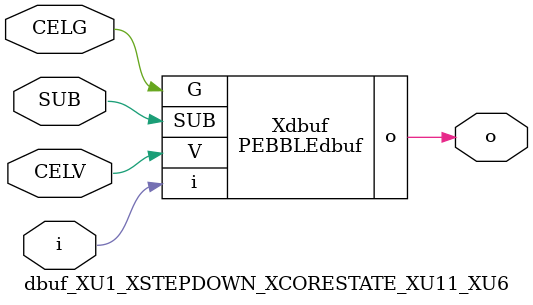
<source format=v>



module PEBBLEdbuf ( o, G, SUB, V, i );

  input V;
  input i;
  input G;
  output o;
  input SUB;
endmodule

//Celera Confidential Do Not Copy dbuf_XU1_XSTEPDOWN_XCORESTATE_XU11_XU6
//Celera Confidential Symbol Generator
//Digital Buffer
module dbuf_XU1_XSTEPDOWN_XCORESTATE_XU11_XU6 (CELV,CELG,i,o,SUB);
input CELV;
input CELG;
input i;
input SUB;
output o;

//Celera Confidential Do Not Copy dbuf
PEBBLEdbuf Xdbuf(
.V (CELV),
.i (i),
.o (o),
.SUB (SUB),
.G (CELG)
);
//,diesize,PEBBLEdbuf

//Celera Confidential Do Not Copy Module End
//Celera Schematic Generator
endmodule

</source>
